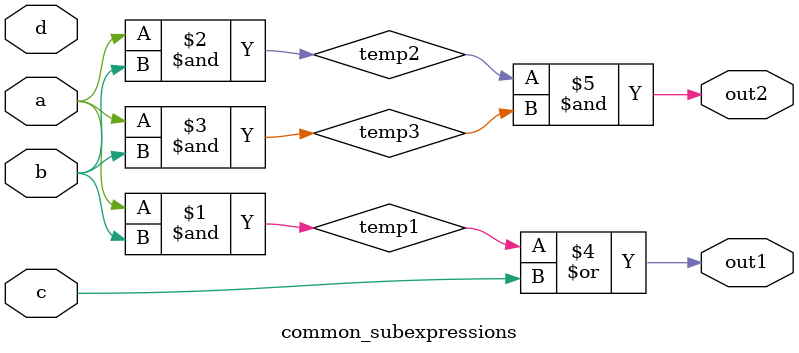
<source format=v>
/*
 * Common subexpressions test case for CSE algorithm
 * Contains repeated subexpressions that should be shared
 */

module common_subexpressions (
    input a,
    input b,
    input c,
    input d,
    output out1,
    output out2
);

// Common subexpression: a & b appears multiple times
assign temp1 = a & b;
assign temp2 = a & b;  // Same as temp1
assign temp3 = a & b;  // Same as temp1

assign out1 = temp1 | c;
assign out2 = temp2 & temp3;

endmodule

</source>
